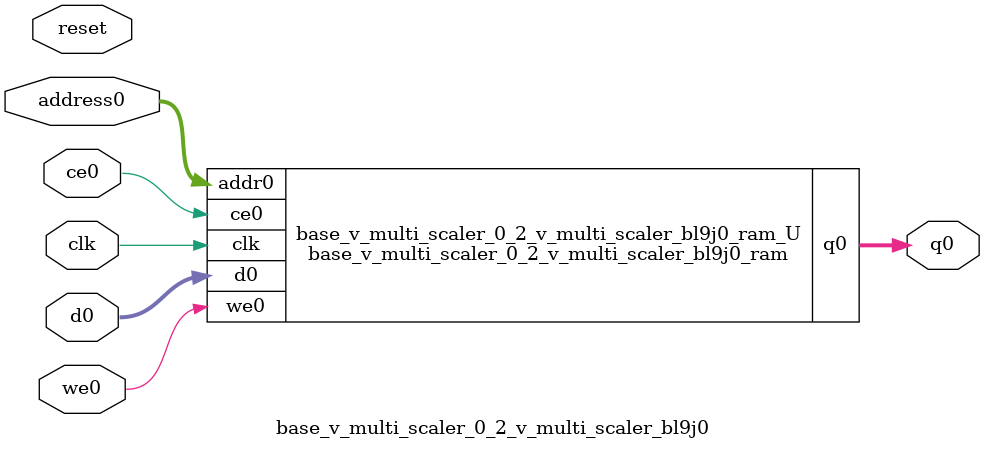
<source format=v>
`timescale 1 ns / 1 ps
module base_v_multi_scaler_0_2_v_multi_scaler_bl9j0_ram (addr0, ce0, d0, we0, q0,  clk);

parameter DWIDTH = 16;
parameter AWIDTH = 10;
parameter MEM_SIZE = 768;

input[AWIDTH-1:0] addr0;
input ce0;
input[DWIDTH-1:0] d0;
input we0;
output reg[DWIDTH-1:0] q0;
input clk;

(* ram_style = "block" *)reg [DWIDTH-1:0] ram[0:MEM_SIZE-1];




always @(posedge clk)  
begin 
    if (ce0) begin
        if (we0) 
            ram[addr0] <= d0; 
        q0 <= ram[addr0];
    end
end


endmodule

`timescale 1 ns / 1 ps
module base_v_multi_scaler_0_2_v_multi_scaler_bl9j0(
    reset,
    clk,
    address0,
    ce0,
    we0,
    d0,
    q0);

parameter DataWidth = 32'd16;
parameter AddressRange = 32'd768;
parameter AddressWidth = 32'd10;
input reset;
input clk;
input[AddressWidth - 1:0] address0;
input ce0;
input we0;
input[DataWidth - 1:0] d0;
output[DataWidth - 1:0] q0;



base_v_multi_scaler_0_2_v_multi_scaler_bl9j0_ram base_v_multi_scaler_0_2_v_multi_scaler_bl9j0_ram_U(
    .clk( clk ),
    .addr0( address0 ),
    .ce0( ce0 ),
    .we0( we0 ),
    .d0( d0 ),
    .q0( q0 ));

endmodule


</source>
